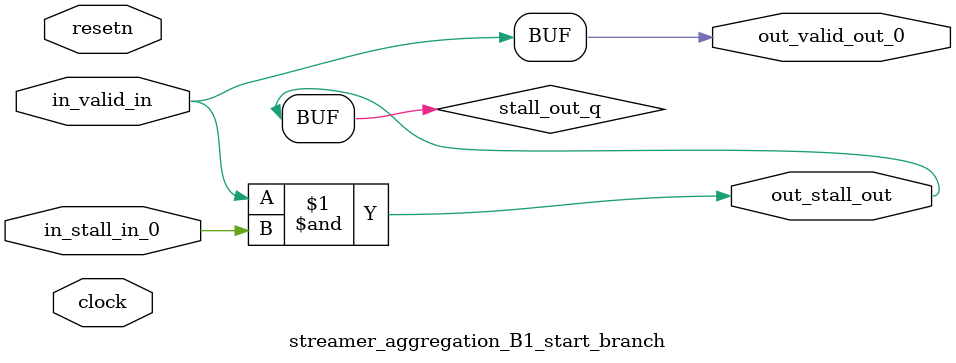
<source format=sv>



(* altera_attribute = "-name AUTO_SHIFT_REGISTER_RECOGNITION OFF; -name MESSAGE_DISABLE 10036; -name MESSAGE_DISABLE 10037; -name MESSAGE_DISABLE 14130; -name MESSAGE_DISABLE 14320; -name MESSAGE_DISABLE 15400; -name MESSAGE_DISABLE 14130; -name MESSAGE_DISABLE 10036; -name MESSAGE_DISABLE 12020; -name MESSAGE_DISABLE 12030; -name MESSAGE_DISABLE 12010; -name MESSAGE_DISABLE 12110; -name MESSAGE_DISABLE 14320; -name MESSAGE_DISABLE 13410; -name MESSAGE_DISABLE 113007; -name MESSAGE_DISABLE 10958" *)
module streamer_aggregation_B1_start_branch (
    input wire [0:0] in_stall_in_0,
    input wire [0:0] in_valid_in,
    output wire [0:0] out_stall_out,
    output wire [0:0] out_valid_out_0,
    input wire clock,
    input wire resetn
    );

    wire [0:0] stall_out_q;


    // stall_out(LOGICAL,6)
    assign stall_out_q = in_valid_in & in_stall_in_0;

    // out_stall_out(GPOUT,4)
    assign out_stall_out = stall_out_q;

    // out_valid_out_0(GPOUT,5)
    assign out_valid_out_0 = in_valid_in;

endmodule

</source>
